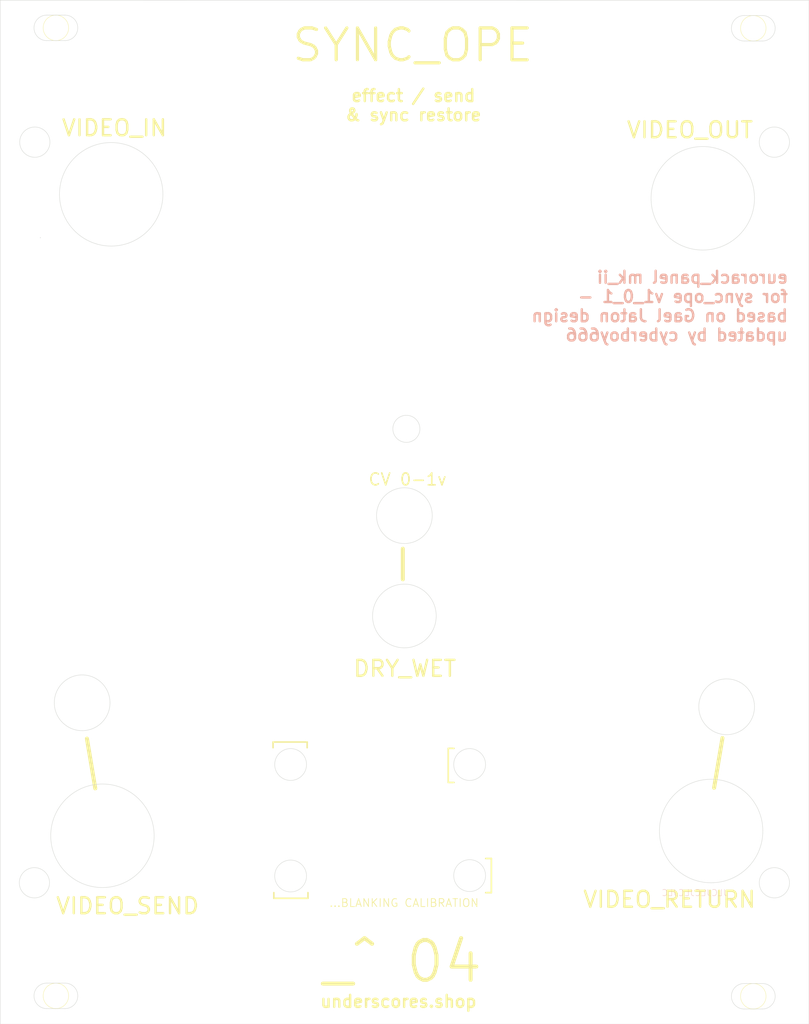
<source format=kicad_pcb>
(kicad_pcb (version 20211014) (generator pcbnew)

  (general
    (thickness 1.6)
  )

  (paper "A4")
  (title_block
    (title "Sync_Ope")
    (date "2023-04-24")
    (rev "1_0_1")
    (company "Gaël Jaton & cyberboy666")
  )

  (layers
    (0 "F.Cu" signal)
    (31 "B.Cu" signal)
    (32 "B.Adhes" user "B.Adhesive")
    (33 "F.Adhes" user "F.Adhesive")
    (34 "B.Paste" user)
    (35 "F.Paste" user)
    (36 "B.SilkS" user "B.Silkscreen")
    (37 "F.SilkS" user "F.Silkscreen")
    (38 "B.Mask" user)
    (39 "F.Mask" user)
    (40 "Dwgs.User" user "User.Drawings")
    (41 "Cmts.User" user "User.Comments")
    (42 "Eco1.User" user "User.Eco1")
    (43 "Eco2.User" user "User.Eco2")
    (44 "Edge.Cuts" user)
    (45 "Margin" user)
    (46 "B.CrtYd" user "B.Courtyard")
    (47 "F.CrtYd" user "F.Courtyard")
    (48 "B.Fab" user)
    (49 "F.Fab" user)
  )

  (setup
    (pad_to_mask_clearance 0.051)
    (solder_mask_min_width 0.25)
    (pcbplotparams
      (layerselection 0x00010fc_ffffffff)
      (disableapertmacros false)
      (usegerberextensions false)
      (usegerberattributes false)
      (usegerberadvancedattributes false)
      (creategerberjobfile false)
      (svguseinch false)
      (svgprecision 6)
      (excludeedgelayer true)
      (plotframeref false)
      (viasonmask false)
      (mode 1)
      (useauxorigin false)
      (hpglpennumber 1)
      (hpglpenspeed 20)
      (hpglpendiameter 15.000000)
      (dxfpolygonmode true)
      (dxfimperialunits true)
      (dxfusepcbnewfont true)
      (psnegative false)
      (psa4output false)
      (plotreference true)
      (plotvalue false)
      (plotinvisibletext false)
      (sketchpadsonfab false)
      (subtractmaskfromsilk false)
      (outputformat 1)
      (mirror false)
      (drillshape 0)
      (scaleselection 1)
      (outputdirectory "./eurorack_panel_for_v1_0_1_mk_ii")
    )
  )

  (net 0 "")

  (gr_line (start 48.1 127.6) (end 47.05 121.35) (layer "F.SilkS") (width 0.5) (tstamp 08ef5de8-fb2e-4033-a6c0-4b09bf6088ee))
  (gr_circle (center 130.8 153.7) (end 132.4 153.7) (layer "F.SilkS") (width 0.05) (fill none) (tstamp 502429a7-ac8d-4fa4-9321-f1588d943211))
  (gr_line (start 86.75 101.35) (end 86.75 97.5) (layer "F.SilkS") (width 0.5) (tstamp 6475d559-fa37-4c12-9937-c8715d5ba47e))
  (gr_circle (center 43.15 153.65) (end 44.75 153.65) (layer "F.SilkS") (width 0.05) (fill none) (tstamp 6d8b7959-1e2f-4cdf-9464-240786710968))
  (gr_circle (center 130.8 32.15) (end 132.4 32.15) (layer "F.SilkS") (width 0.05) (fill none) (tstamp a23dba51-c276-4a3b-be7f-9b79ea4f7dfc))
  (gr_line (start 126.925 121.275) (end 125.875 127.525) (layer "F.SilkS") (width 0.5) (tstamp cba6a87c-c67e-4661-82b3-11f8b8308b28))
  (gr_circle (center 43.15 32.1) (end 44.75 32.1) (layer "F.SilkS") (width 0.05) (fill none) (tstamp dafafdf5-1b3a-47b4-8165-73699ce4fdfd))
  (gr_circle (center 72.65 138.6) (end 74.65 138.6) (layer "Edge.Cuts") (width 0.05) (fill none) (tstamp 00a711c6-d6ec-4afd-8e85-d791e6eb1b53))
  (gr_line (start 44.3 30.5) (end 42 30.5) (layer "Edge.Cuts") (width 0.05) (tstamp 03b55d75-eaee-4841-bd84-93f092713e96))
  (gr_circle (center 95.15 138.55) (end 97.15 138.55) (layer "Edge.Cuts") (width 0.05) (fill none) (tstamp 04f88785-fe6e-4f59-8ac8-1ca6669c05da))
  (gr_circle (center 72.65 124.6) (end 74.65 124.6) (layer "Edge.Cuts") (width 0.05) (fill none) (tstamp 0ea0b936-3027-4661-8b89-c3910cef45f7))
  (gr_circle (center 50.1 53) (end 56.6 53) (layer "Edge.Cuts") (width 0.05) (fill none) (tstamp 16054cc4-8b83-47bc-83e9-161a55ff0c9a))
  (gr_line (start 131.95 155.3) (end 129.65 155.3) (layer "Edge.Cuts") (width 0.05) (tstamp 19313f56-6c2c-46e6-9941-ee3466c50d41))
  (gr_arc (start 131.95 152.1) (mid 133.55 153.7) (end 131.95 155.3) (layer "Edge.Cuts") (width 0.05) (tstamp 3329b09a-df25-458f-be78-099c74b934fc))
  (gr_line (start 137.8 157.2) (end 36.15 157.2) (layer "Edge.Cuts") (width 0.05) (tstamp 37a2d217-21f2-4f79-8d7c-47078de87bb1))
  (gr_line (start 131.95 33.75) (end 129.65 33.75) (layer "Edge.Cuts") (width 0.05) (tstamp 3e8009d0-6ab1-4c08-bcb0-08ca0d8b965e))
  (gr_arc (start 129.65 33.75) (mid 128.05 32.15) (end 129.65 30.55) (layer "Edge.Cuts") (width 0.05) (tstamp 40b13b6e-fe39-4a68-bad9-00ebf1cc98b0))
  (gr_circle (center 95.15 124.6) (end 97.15 124.6) (layer "Edge.Cuts") (width 0.05) (fill none) (tstamp 466c3019-9427-40ef-9523-eb4e0a50f9cb))
  (gr_circle (center 124.45 53.5) (end 130.95 53.5) (layer "Edge.Cuts") (width 0.05) (fill none) (tstamp 5c0b4a66-8819-4275-b97c-4ae69cdbd190))
  (gr_line (start 44.3 155.25) (end 42 155.25) (layer "Edge.Cuts") (width 0.05) (tstamp 5d0c5a90-4972-4c0b-b9ed-ec4d69024eda))
  (gr_line (start 36.15 28.625) (end 137.8 28.632234) (layer "Edge.Cuts") (width 0.05) (tstamp 5ebf1fe6-22be-47f0-a67f-9d35ca8268c7))
  (gr_circle (center 133.45 139.45) (end 133.45 141.35) (layer "Edge.Cuts") (width 0.05) (fill none) (tstamp 6d17624d-33d5-4bb4-813f-050dcd140414))
  (gr_arc (start 129.65 155.3) (mid 128.05 153.7) (end 129.65 152.1) (layer "Edge.Cuts") (width 0.05) (tstamp 7339c13d-5151-434f-a78f-be033894f012))
  (gr_arc (start 42 33.7) (mid 40.4 32.1) (end 42 30.5) (layer "Edge.Cuts") (width 0.05) (tstamp 73920069-b9c8-448a-bcca-e8066587fa57))
  (gr_arc (start 44.3 30.5) (mid 45.9 32.1) (end 44.3 33.7) (layer "Edge.Cuts") (width 0.05) (tstamp 78599b4e-3138-4058-b86b-bd43f84d6c1f))
  (gr_line (start 137.8 157.2) (end 137.8 28.632234) (layer "Edge.Cuts") (width 0.05) (tstamp 990458a1-6e8e-48dc-ac60-3d0a6bfeb689))
  (gr_circle (center 133.45 46.45) (end 133.45 48.35) (layer "Edge.Cuts") (width 0.05) (fill none) (tstamp 99e9e4c5-0329-4aee-aa3a-b83092ba484e))
  (gr_line (start 131.95 30.55) (end 129.65 30.55) (layer "Edge.Cuts") (width 0.05) (tstamp 9a34e96f-5323-48e2-a8c8-ace8cb7ac1e4))
  (gr_circle (center 87.2 82.45) (end 88.9 82.45) (layer "Edge.Cuts") (width 0.05) (fill none) (tstamp a30fc27f-fed2-4096-9c66-2ccd7d093e0a))
  (gr_circle (center 40.5 46.45) (end 40.5 48.35) (layer "Edge.Cuts") (width 0.05) (fill none) (tstamp a4ca2f8d-5a2d-49c1-95bc-8ddb041eef22))
  (gr_circle (center 46.45 116.85) (end 49.95 116.85) (layer "Edge.Cuts") (width 0.05) (fill none) (tstamp ac1bb52d-1136-4c28-b8a8-d6bd102bdaa4))
  (gr_circle (center 49 133.55) (end 55.5 133.55) (layer "Edge.Cuts") (width 0.05) (fill none) (tstamp b06f3a42-d224-4b88-af17-102f2ee675cb))
  (gr_line (start 44.3 152.05) (end 42 152.05) (layer "Edge.Cuts") (width 0.05) (tstamp b397af35-0d50-4e67-9f93-eaac0d3e4250))
  (gr_arc (start 42 155.25) (mid 40.4 153.65) (end 42 152.05) (layer "Edge.Cuts") (width 0.05) (tstamp b4f9be97-20c2-4878-be2c-3b043ed64e52))
  (gr_circle (center 127.45 117.35) (end 130.95 117.35) (layer "Edge.Cuts") (width 0.05) (fill none) (tstamp b951cc30-1261-4d03-b7f1-676fd5db7ee0))
  (gr_circle (center 86.95 93.35) (end 90.45 93.35) (layer "Edge.Cuts") (width 0.05) (fill none) (tstamp b9fc749c-1a72-4b68-935d-d49a45b3407c))
  (gr_line (start 36.15 157.2) (end 36.15 28.625) (layer "Edge.Cuts") (width 0.05) (tstamp ccd2e9f0-c554-4695-9539-df8d5d94132c))
  (gr_circle (center 86.95 105.95) (end 90.95 105.95) (layer "Edge.Cuts") (width 0.05) (fill none) (tstamp cf8aaef5-9c2d-41ee-8008-998553e33764))
  (gr_line (start 44.3 33.7) (end 42 33.7) (layer "Edge.Cuts") (width 0.05) (tstamp cfad4f6f-1a28-43f4-b0e5-b8ded836d07a))
  (gr_circle (center 125.5 132.95) (end 132 132.95) (layer "Edge.Cuts") (width 0.05) (fill none) (tstamp d5705886-feb7-4ccf-b363-10833041532a))
  (gr_circle (center 40.45 139.45) (end 40.45 141.35) (layer "Edge.Cuts") (width 0.05) (fill none) (tstamp d67304d3-7961-4377-9048-3bc3838d522b))
  (gr_circle (center 41.2 58.45) (end 41.2 58.45) (layer "Edge.Cuts") (width 0.05) (fill none) (tstamp e1f2f2e4-998e-45a7-a0f6-0df918e98168))
  (gr_line (start 131.95 152.1) (end 129.65 152.1) (layer "Edge.Cuts") (width 0.05) (tstamp e976d82a-7b15-41ef-b5d1-abac813e4344))
  (gr_arc (start 131.95 30.55) (mid 133.55 32.15) (end 131.95 33.75) (layer "Edge.Cuts") (width 0.05) (tstamp ee14f452-04d7-4140-841f-908a8ea911c9))
  (gr_arc (start 44.3 152.05) (mid 45.9 153.65) (end 44.3 155.25) (layer "Edge.Cuts") (width 0.05) (tstamp fe46f8ee-8702-490a-8b5b-2e5d45755e40))
  (gr_text "eurorack_panel mk_ii \nfor sync_ope v1_0_1 - \nbased on Gael Jaton design\nupdated by cyberboy666" (at 135.3 67.05) (layer "B.SilkS") (tstamp 2da11820-16b5-40b1-886d-ee34bb5b4913)
    (effects (font (size 1.5 1.5) (thickness 0.3)) (justify left mirror))
  )
  (gr_text "JLCJLCJLCJLC" (at 123.44 140.71) (layer "B.SilkS") (tstamp 9a3e89b1-56ea-4790-94cb-8a7be790ce0f)
    (effects (font (size 0.81 0.81) (thickness 0.03775)) (justify mirror))
  )
  (gr_text "VIDEO_IN" (at 50.5 44.67) (layer "F.SilkS") (tstamp 00000000-0000-0000-0000-00005dddcea2)
    (effects (font (size 2 2) (thickness 0.3)))
  )
  (gr_text "VIDEO_OUT" (at 122.84 44.92) (layer "F.SilkS") (tstamp 00000000-0000-0000-0000-00005dddcea4)
    (effects (font (size 2 2) (thickness 0.3)))
  )
  (gr_text "VIDEO_RETURN" (at 120.26 141.55) (layer "F.SilkS") (tstamp 00000000-0000-0000-0000-00005dddcee3)
    (effects (font (size 2 2) (thickness 0.3)))
  )
  (gr_text "DRY_WET" (at 87 112.55) (layer "F.SilkS") (tstamp 00000000-0000-0000-0000-0000614aa00a)
    (effects (font (size 2 2) (thickness 0.3)))
  )
  (gr_text "CV 0-1v" (at 87.35 88.8) (layer "F.SilkS") (tstamp 06174a90-b4e4-4343-9278-c051a14bf388)
    (effects (font (size 1.5 1.5) (thickness 0.2)))
  )
  (gr_text "...BLANKING CALIBRATION" (at 86.91 141.98) (layer "F.SilkS") (tstamp 063b8cd7-aa8e-4957-a4fe-ec3768930816)
    (effects (font (size 1 1) (thickness 0.1)))
  )
  (gr_text "]" (at 97.74 138.31) (layer "F.SilkS") (tstamp 06883830-2056-48b3-9c05-0bc21b69dd64)
    (effects (font (size 3 3) (thickness 0.2)))
  )
  (gr_text "underscores.shop" (at 86.2 154.35) (layer "F.SilkS") (tstamp 0ac9769f-2a0b-4408-8ea9-17848bf8a3fd)
    (effects (font (size 1.5 1.5) (thickness 0.3)))
  )
  (gr_text "[" (at 72.82 121.92 -90) (layer "F.SilkS") (tstamp 2eca833e-dd5e-452f-8904-94bf878e12c4)
    (effects (font (size 3 3) (thickness 0.2)))
  )
  (gr_text "SYNC_OPE" (at 88 34.275) (layer "F.SilkS") (tstamp 36c95c63-815c-4e1f-aa42-ba072f5ff311)
    (effects (font (size 4 4) (thickness 0.4)))
  )
  (gr_text "VIDEO_SEND" (at 52.16 142.36) (layer "F.SilkS") (tstamp 7eabf64b-8e6f-4f11-951a-e85e828b7a53)
    (effects (font (size 2 2) (thickness 0.3)))
  )
  (gr_text "]" (at 72.92 141.26 -90) (layer "F.SilkS") (tstamp 8a872ad3-0974-4ce5-a881-c23705d1d4b2)
    (effects (font (size 3 3) (thickness 0.2)))
  )
  (gr_text "effect / send\n& sync restore" (at 88.08 41.82) (layer "F.SilkS") (tstamp b084fa40-1ebf-4e09-b2a2-f43bd8c6b010)
    (effects (font (size 1.5 1.5) (thickness 0.3)))
  )
  (gr_text "[" (at 92.61 124.48) (layer "F.SilkS") (tstamp b28a61ed-0581-4f7d-8c8b-9f64c34971f4)
    (effects (font (size 3 3) (thickness 0.2)))
  )
  (gr_text "_^ 04" (at 86.7 149.35) (layer "F.SilkS") (tstamp f84af416-1435-41f2-8a27-55fdc531239f)
    (effects (font (size 5 5) (thickness 0.5)))
  )

)

</source>
